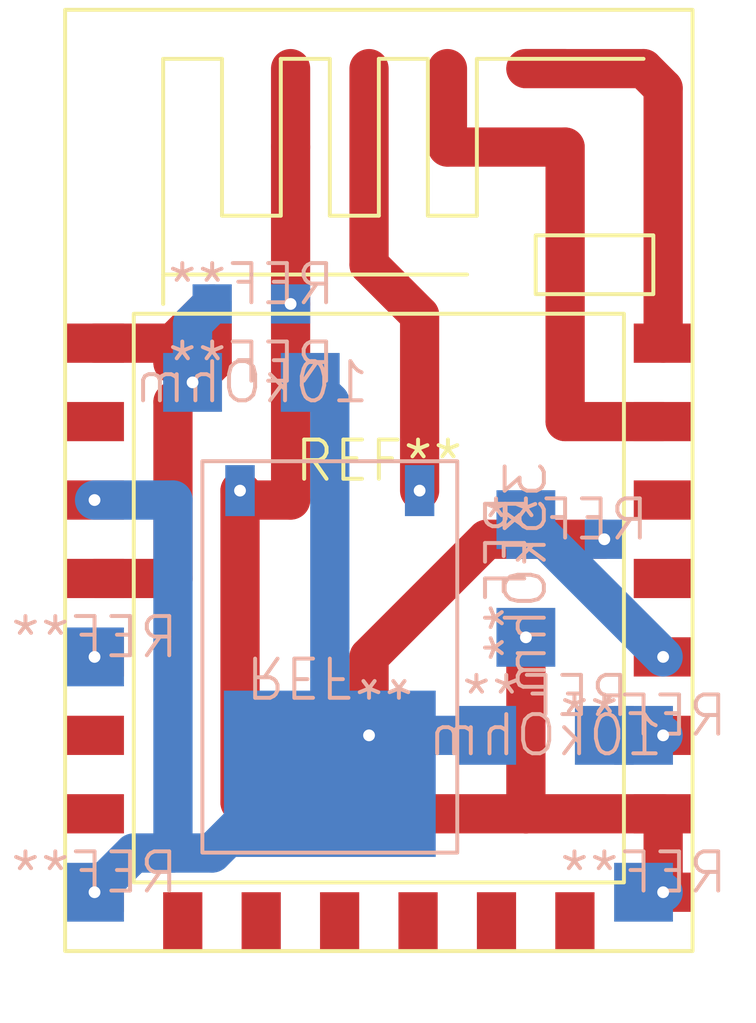
<source format=kicad_pcb>
(kicad_pcb (version 20240108) (generator "pcbnew") (generator_version "8.0")
  (layers (0 "F.Cu" signal) (31 "B.Cu" signal) (34 "B.Paste" user) (35 "F.Paste" user) (36 "B.SilkS" user "B.Silkscreen") (37 "F.SilkS" user "F.Silkscreen") (38 "B.Mask" user) (39 "F.Mask" user) (44 "Edge.Cuts" user))
  (net 0 "")
  (footprint "generic_esp:Esp-12E" (layer "F.Cu") (at 49.25 40.5)
    (property "Reference" "REF**" (at 0 -0.5 0) (layer "F.SilkS") (effects (font (thickness 0.1))))
    (property "Value" "Esp-12E")
    (fp_line (start -5.5 -10.75) (end -4 -10.75) (stroke (width 0.1)) (layer "F.SilkS"))
    (fp_line (start -5.5 -5.25) (end -5.5 -10.75) (stroke (width 0.1)) (layer "F.SilkS"))
    (fp_line (start -5.5 -5.25) (end -5.5 -4.5) (stroke (width 0.1)) (layer "F.SilkS"))
    (fp_line (start -5.5 -4.5) (end -5.5 -5.25) (stroke (width 0.1)) (layer "F.SilkS"))
    (fp_line (start -4.75 -5.25) (end -5.5 -5.25) (stroke (width 0.1)) (layer "F.SilkS"))
    (fp_line (start -4 -10.75) (end -4 -6.75) (stroke (width 0.1)) (layer "F.SilkS"))
    (fp_line (start -4 -6.75) (end -2.5 -6.75) (stroke (width 0.1)) (layer "F.SilkS"))
    (fp_line (start -2.5 -10.75) (end -1.25 -10.75) (stroke (width 0.1)) (layer "F.SilkS"))
    (fp_line (start -2.5 -6.75) (end -2.5 -10.75) (stroke (width 0.1)) (layer "F.SilkS"))
    (fp_line (start -1.25 -10.75) (end -1.25 -6.75) (stroke (width 0.1)) (layer "F.SilkS"))
    (fp_line (start -1.25 -6.75) (end 0 -6.75) (stroke (width 0.1)) (layer "F.SilkS"))
    (fp_line (start 0 -10.75) (end 1.25 -10.75) (stroke (width 0.1)) (layer "F.SilkS"))
    (fp_line (start 0 -6.75) (end 0 -10.75) (stroke (width 0.1)) (layer "F.SilkS"))
    (fp_line (start 1.25 -10.75) (end 1.25 -6.75) (stroke (width 0.1)) (layer "F.SilkS"))
    (fp_line (start 1.25 -6.75) (end 2.5 -6.75) (stroke (width 0.1)) (layer "F.SilkS"))
    (fp_line (start 2.25 -5.25) (end -4.75 -5.25) (stroke (width 0.1)) (layer "F.SilkS"))
    (fp_line (start 2.5 -10.75) (end 6.75 -10.75) (stroke (width 0.1)) (layer "F.SilkS"))
    (fp_line (start 2.5 -6.75) (end 2.5 -10.75) (stroke (width 0.1)) (layer "F.SilkS"))
    (fp_rect (start -8 -12) (end 8 12) (stroke (width 0.1)) (fill none) (layer "F.SilkS"))
    (fp_rect (start -6.25 -4.25) (end 6.25 10.25) (stroke (width 0.1)) (fill none) (layer "F.SilkS"))
    (fp_rect (start 4 -6.25) (end 7 -4.75) (stroke (width 0.1)) (fill none) (layer "F.SilkS"))
    (pad "1" smd rect (at 7.25 10.5) (size 1.5 1) (layers "F.Cu" "F.Paste" "F.Mask"))
    (pad "2" smd rect (at 7.25 8.5) (size 1.5 1) (layers "F.Cu" "F.Paste" "F.Mask"))
    (pad "3" smd rect (at 7.25 6.5) (size 1.5 1) (layers "F.Cu" "F.Paste" "F.Mask"))
    (pad "4" smd rect (at 7.25 4.5) (size 1.5 1) (layers "F.Cu" "F.Paste" "F.Mask"))
    (pad "5" smd rect (at 7.25 2.5) (size 1.5 1) (layers "F.Cu" "F.Paste" "F.Mask"))
    (pad "6" smd rect (at 7.25 0.5) (size 1.5 1) (layers "F.Cu" "F.Paste" "F.Mask"))
    (pad "7" smd rect (at 7.25 -1.5) (size 1.5 1) (layers "F.Cu" "F.Paste" "F.Mask"))
    (pad "8" smd rect (at 7.25 -3.5) (size 1.5 1) (layers "F.Cu" "F.Paste" "F.Mask"))
    (pad "9" smd rect (at -7.25 -3.5) (size 1.5 1) (layers "F.Cu" "F.Paste" "F.Mask"))
    (pad "10" smd rect (at -7.25 -1.5) (size 1.5 1) (layers "F.Cu" "F.Paste" "F.Mask"))
    (pad "11" smd rect (at -7.25 0.5) (size 1.5 1) (layers "F.Cu" "F.Paste" "F.Mask"))
    (pad "12" smd rect (at -7.25 2.5) (size 1.5 1) (layers "F.Cu" "F.Paste" "F.Mask"))
    (pad "13" smd rect (at -7.25 4.5) (size 1.5 1) (layers "F.Cu" "F.Paste" "F.Mask"))
    (pad "14" smd rect (at -7.25 6.5) (size 1.5 1) (layers "F.Cu" "F.Paste" "F.Mask"))
    (pad "15" smd rect (at -7.25 8.5) (size 1.5 1) (layers "F.Cu" "F.Paste" "F.Mask"))
    (pad "16" smd rect (at -7.25 10.5) (size 1.5 1) (layers "F.Cu" "F.Paste" "F.Mask"))
    (pad "17" smd rect (at -5 11.25) (size 1 1.5) (layers "F.Cu" "F.Paste" "F.Mask"))
    (pad "18" smd rect (at -3 11.25) (size 1 1.5) (layers "F.Cu" "F.Paste" "F.Mask"))
    (pad "19" smd rect (at -1 11.25) (size 1 1.5) (layers "F.Cu" "F.Paste" "F.Mask"))
    (pad "20" smd rect (at 1 11.25) (size 1 1.5) (layers "F.Cu" "F.Paste" "F.Mask"))
    (pad "21" smd rect (at 3 11.25) (size 1 1.5) (layers "F.Cu" "F.Paste" "F.Mask"))
    (pad "22" smd rect (at 5 11.25) (size 1 1.5) (layers "F.Cu" "F.Paste" "F.Mask"))
  )
  (footprint "generic_esp:SolderBridge" (layer "B.Cu") (at 46 36 180)
    (property "Reference" "REF**" (at 0 0.5 0) (layer "B.SilkS") (effects (font (thickness 0.1)) (justify mirror)))
    (property "Value" "SolderBridge")
    (pad "1" smd rect (at -1 0 180) (size 1 1) (layers "B.Cu" "B.Paste" "B.Mask"))
    (pad "2" smd rect (at 1 0 180) (size 1 1) (layers "B.Cu" "B.Paste" "B.Mask"))
  )
  (footprint "generic_esp:Resistor2012" (layer "B.Cu") (at 53 43 -90)
    (property "Reference" "REF**" (at 0 0.5 90) (layer "B.SilkS") (effects (font (thickness 0.1)) (justify mirror)))
    (property "Value" "Resistor2012")
    (property "Wartość" "33kOhm" (at 0 0 90) (layer "B.SilkS") (effects (font (thickness 0.1)) (justify mirror)))
    (pad "1" smd rect (at -1.5 0 270) (size 1.5 1.5) (layers "B.Cu" "B.Paste" "B.Mask"))
    (pad "2" smd rect (at 1.5 0 270) (size 1.5 1.5) (layers "B.Cu" "B.Paste" "B.Mask"))
  )
  (footprint "generic_esp:Resistor2012" (layer "B.Cu") (at 53.5 47 180)
    (property "Reference" "REF**" (at 0 1 0) (layer "B.SilkS") (effects (font (thickness 0.1)) (justify mirror)))
    (property "Value" "Resistor2012")
    (property "Wartość" "10kOhm" (at 0 0 0) (layer "B.SilkS") (effects (font (thickness 0.1)) (justify mirror)))
    (pad "1" smd rect (at -1.5 0 180) (size 1.5 1.5) (layers "B.Cu" "B.Paste" "B.Mask"))
    (pad "2" smd rect (at 1.5 0 180) (size 1.5 1.5) (layers "B.Cu" "B.Paste" "B.Mask"))
  )
  (footprint "generic_esp:1xPad" (layer "B.Cu") (at 56 47 180)
    (property "Reference" "REF**" (at 0 0.5 0) (layer "B.SilkS") (effects (font (thickness 0.1)) (justify mirror)))
    (property "Value" "1xPad")
    (pad "1" smd rect (at 0 0 180) (size 1.5 1.5) (layers "B.Cu" "B.Paste" "B.Mask"))
  )
  (footprint "generic_esp:To252" (layer "B.Cu") (at 48 45)
    (property "Reference" "REF**" (at 0 0.5 180) (layer "B.SilkS") (effects (font (thickness 0.1)) (justify mirror)))
    (property "Value" "To252")
    (fp_rect (start -3.25 4.99) (end 3.25 -4.99) (stroke (width 0.1)) (fill none) (layer "B.SilkS"))
    (pad "1" smd rect (at -2.29 -4.24) (size 0.75 1.3) (layers "B.Cu" "B.Paste" "B.Mask"))
    (pad "2" smd rect (at 0 2.98) (size 5.4 4.24) (layers "B.Cu" "B.Paste" "B.Mask"))
    (pad "3" smd rect (at 2.29 -4.24) (size 0.75 1.3) (layers "B.Cu" "B.Paste" "B.Mask"))
  )
  (footprint "generic_esp:Resistor2012" (layer "B.Cu") (at 46 38 180)
    (property "Reference" "REF**" (at 0 0.5 0) (layer "B.SilkS") (effects (font (thickness 0.1)) (justify mirror)))
    (property "Value" "Resistor2012")
    (property "Wartość" "10kOhm" (at 0 0 0) (layer "B.SilkS") (effects (font (thickness 0.1)) (justify mirror)))
    (pad "1" smd rect (at -1.5 0 180) (size 1.5 1.5) (layers "B.Cu" "B.Paste" "B.Mask"))
    (pad "2" smd rect (at 1.5 0 180) (size 1.5 1.5) (layers "B.Cu" "B.Paste" "B.Mask"))
  )
  (footprint "generic_esp:1xPad" (layer "B.Cu") (at 56 51 180)
    (property "Reference" "REF**" (at 0 0.5 0) (layer "B.SilkS") (effects (font (thickness 0.1)) (justify mirror)))
    (property "Value" "1xPad")
    (pad "1" smd rect (at 0 0 180) (size 1.5 1.5) (layers "B.Cu" "B.Paste" "B.Mask"))
  )
  (footprint "generic_esp:SolderBridge" (layer "B.Cu") (at 54 42 180)
    (property "Reference" "REF**" (at 0 0.5 0) (layer "B.SilkS") (effects (font (thickness 0.1)) (justify mirror)))
    (property "Value" "SolderBridge")
    (pad "1" smd rect (at -1 0 180) (size 1 1) (layers "B.Cu" "B.Paste" "B.Mask"))
    (pad "2" smd rect (at 1 0 180) (size 1 1) (layers "B.Cu" "B.Paste" "B.Mask"))
  )
  (footprint "generic_esp:1xPad" (layer "B.Cu") (at 42 51 180)
    (property "Reference" "REF**" (at 0 0.5 0) (layer "B.SilkS") (effects (font (thickness 0.1)) (justify mirror)))
    (property "Value" "1xPad")
    (pad "1" smd rect (at 0 0 180) (size 1.5 1.5) (layers "B.Cu" "B.Paste" "B.Mask"))
  )
  (footprint "generic_esp:1xPad" (layer "B.Cu") (at 42 45 180)
    (property "Reference" "REF**" (at 0 0.5 0) (layer "B.SilkS") (effects (font (thickness 0.1)) (justify mirror)))
    (property "Value" "1xPad")
    (pad "1" smd rect (at 0 0 180) (size 1.5 1.5) (layers "B.Cu" "B.Paste" "B.Mask"))
  )
  (segment (start 56 30) (end 53 30) (width 1) (layer "F.Cu") (net 0))
  (segment (start 56.5 30.5) (end 56 30) (width 1) (layer "F.Cu") (net 0))
  (segment (start 44 37.5) (end 44.5 38) (width 1) (layer "F.Cu") (net 0))
  (segment (start 56.5 37) (end 56.5 30.5) (width 1) (layer "F.Cu") (net 0))
  (segment (start 47 36) (end 47 41) (width 1) (layer "F.Cu") (net 0))
  (segment (start 53 49) (end 56.5 49) (width 1) (layer "F.Cu") (net 0))
  (segment (start 44 37) (end 44 37.5) (width 1) (layer "F.Cu") (net 0))
  (segment (start 56.5 49) (end 56.5 51) (width 1) (layer "F.Cu") (net 0))
  (segment (start 45.71 40.76) (end 45.71 48.71) (width 1) (layer "F.Cu") (net 0))
  (segment (start 54 39) (end 56.5 39) (width 1) (layer "F.Cu") (net 0))
  (segment (start 46 49) (end 53 49) (width 1) (layer "F.Cu") (net 0))
  (segment (start 45.95 41) (end 45.71 40.76) (width 1) (layer "F.Cu") (net 0))
  (segment (start 49 45) (end 49 47) (width 1) (layer "F.Cu") (net 0))
  (segment (start 54 32) (end 54 39) (width 1) (layer "F.Cu") (net 0))
  (segment (start 53 49) (end 52.999994 48.999994) (width 1) (layer "F.Cu") (net 0))
  (segment (start 51 32) (end 54 32) (width 1) (layer "F.Cu") (net 0))
  (segment (start 42 37) (end 44 37) (width 1) (layer "F.Cu") (net 0))
  (segment (start 44 38.5) (end 44 43) (width 1) (layer "F.Cu") (net 0))
  (segment (start 55 42) (end 52 42) (width 1) (layer "F.Cu") (net 0))
  (segment (start 50.29 36.29) (end 50.29 40.76) (width 1) (layer "F.Cu") (net 0))
  (segment (start 44.5 38) (end 44 38.5) (width 1) (layer "F.Cu") (net 0))
  (segment (start 44 37) (end 45 36) (width 1) (layer "F.Cu") (net 0))
  (segment (start 52.999994 48.999994) (end 53 44.5) (width 1) (layer "F.Cu") (net 0))
  (segment (start 47 41) (end 45.95 41) (width 1) (layer "F.Cu") (net 0))
  (segment (start 51 30) (end 51 32) (width 1) (layer "F.Cu") (net 0))
  (segment (start 49 35) (end 50.29 36.29) (width 1) (layer "F.Cu") (net 0))
  (segment (start 47 32) (end 47 36) (width 1) (layer "F.Cu") (net 0))
  (segment (start 44 43) (end 42 43) (width 1) (layer "F.Cu") (net 0))
  (segment (start 53 30) (end 54 30) (width 1) (layer "F.Cu") (net 0))
  (segment (start 52 42) (end 49 45) (width 1) (layer "F.Cu") (net 0))
  (segment (start 47 30) (end 47 32) (width 1) (layer "F.Cu") (net 0))
  (segment (start 49 30) (end 49 35) (width 1) (layer "F.Cu") (net 0))
  (segment (start 53 44.5) (end 52.999994 45) (width 1) (layer "F.Cu") (net 0))
  (segment (start 45 36) (end 45 37.5) (width 1) (layer "F.Cu") (net 0))
  (segment (start 45.71 48.71) (end 46 49) (width 1) (layer "F.Cu") (net 0))
  (segment (start 45 37.5) (end 44.5 38) (width 1) (layer "F.Cu") (net 0))
  (via (at 56.5 47) (size 0.6) (drill 0.3) (layers "F.Cu" "B.Cu") (net 0))
  (via (at 42 51) (size 0.6) (drill 0.3) (layers "F.Cu" "B.Cu") (net 0))
  (via (at 42 41) (size 0.6) (drill 0.3) (layers "F.Cu" "B.Cu") (net 0))
  (via (at 55 42) (size 0.6) (drill 0.3) (layers "F.Cu" "B.Cu") (net 0))
  (via (at 42 45) (size 0.6) (drill 0.3) (layers "F.Cu" "B.Cu") (net 0))
  (via (at 44.5 38) (size 0.6) (drill 0.3) (layers "F.Cu" "B.Cu") (net 0))
  (via (at 50.29 40.76) (size 0.6) (drill 0.3) (layers "F.Cu" "B.Cu") (net 0))
  (via (at 49 47) (size 0.6) (drill 0.3) (layers "F.Cu" "B.Cu") (net 0))
  (via (at 47 36) (size 0.6) (drill 0.3) (layers "F.Cu" "B.Cu") (net 0))
  (via (at 56.5 45) (size 0.6) (drill 0.3) (layers "F.Cu" "B.Cu") (net 0))
  (via (at 56.5 51) (size 0.6) (drill 0.3) (layers "F.Cu" "B.Cu") (net 0))
  (via (at 53 44.5) (size 0.6) (drill 0.3) (layers "F.Cu" "B.Cu") (net 0))
  (via (at 45.71 40.76) (size 0.6) (drill 0.3) (layers "F.Cu" "B.Cu") (net 0))
  (segment (start 42 51) (end 43 50) (width 1) (layer "B.Cu") (net 0))
  (segment (start 44 50) (end 45 50) (width 1) (layer "B.Cu") (net 0))
  (segment (start 49 47) (end 48.98 47) (width 1) (layer "B.Cu") (net 0))
  (segment (start 53 41.5) (end 53 42) (width 1) (layer "B.Cu") (net 0))
  (segment (start 56.5 45) (end 53 41.5) (width 1) (layer "B.Cu") (net 0))
  (segment (start 48 38.5) (end 47.5 38) (width 1) (layer "B.Cu") (net 0))
  (segment (start 48 47.98) (end 48 38.5) (width 1) (layer "B.Cu") (net 0))
  (segment (start 44.5 36.5) (end 45 36) (width 1) (layer "B.Cu") (net 0))
  (segment (start 44.5 38) (end 44.5 36.5) (width 1) (layer "B.Cu") (net 0))
  (segment (start 48 47.98) (end 48 47) (width 1) (layer "B.Cu") (net 0))
  (segment (start 52 47) (end 49 47) (width 1) (layer "B.Cu") (net 0))
  (segment (start 56.5 51) (end 56 51) (width 1) (layer "B.Cu") (net 0))
  (segment (start 43 50) (end 44 50) (width 1) (layer "B.Cu") (net 0))
  (segment (start 44 41) (end 44 50) (width 1) (layer "B.Cu") (net 0))
  (segment (start 48.98 47) (end 48 47.98) (width 1) (layer "B.Cu") (net 0))
  (segment (start 45 50) (end 48 47) (width 1) (layer "B.Cu") (net 0))
  (segment (start 56.5 47) (end 55 47) (width 1) (layer "B.Cu") (net 0))
  (segment (start 42 41) (end 44 41) (width 1) (layer "B.Cu") (net 0))
)
</source>
